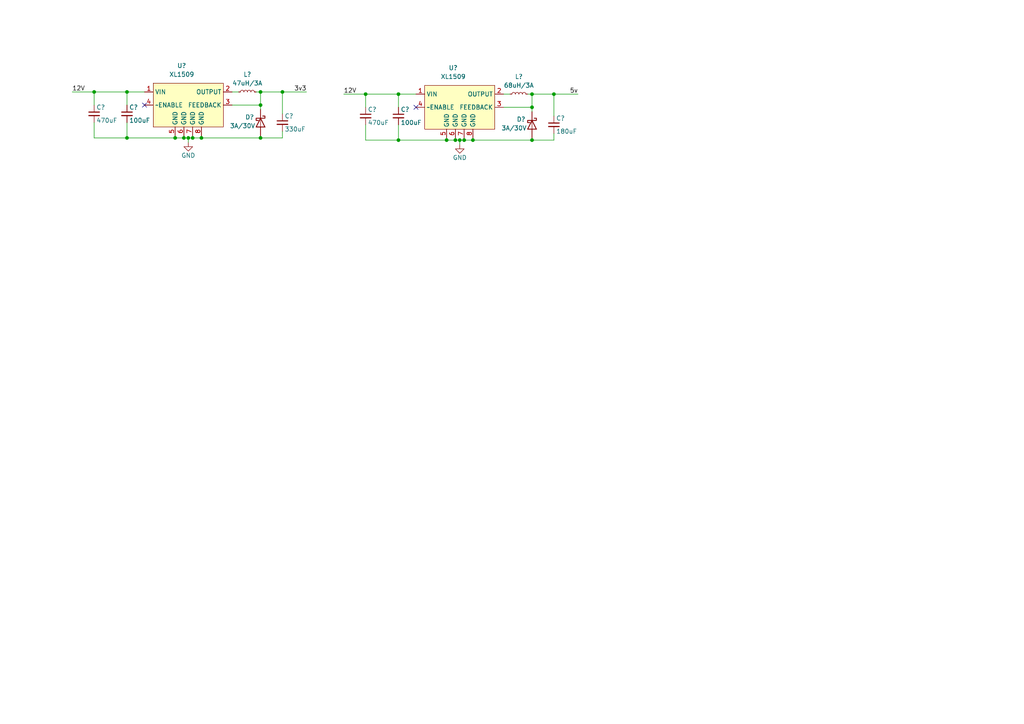
<source format=kicad_sch>
(kicad_sch (version 20211123) (generator eeschema)
  (paper "A4")
  (lib_symbols
    (symbol "Device:C_Small" (pin_numbers hide) (pin_names (offset 0.254) hide)
      (property "Reference" "C" (at 0.254 1.778 0))
      (property "Value" "C_Small" (at 0.254 -2.032 0))
      (symbol "C_Small_0_1"
        (polyline (pts (xy -1.524 -0.508) (xy 1.524 -0.508)) (stroke (width 0.3302)))
        (polyline (pts (xy -1.524 0.508) (xy 1.524 0.508)) (stroke (width 0.3048)))
      )
      (symbol "C_Small_1_1"
        (pin passive line (at 0 2.54 270) (length 2.032) (name "~") (number "1"))
        (pin passive line (at 0 -2.54 90) (length 2.032) (name "~") (number "2"))
      )
    )
    (symbol "Device:D_Schottky" (pin_numbers hide) (pin_names (offset 1.016) hide)
      (property "Reference" "D" (at 0 2.54 0))
      (property "Value" "D_Schottky" (at 0 -2.54 0))
      (symbol "D_Schottky_0_1"
        (polyline (pts (xy 1.27 0) (xy -1.27 0)))
        (polyline (pts (xy 1.27 1.27) (xy 1.27 -1.27) (xy -1.27 0) (xy 1.27 1.27)) (stroke (width 0.254)))
        (polyline (pts (xy -1.905 0.635) (xy -1.905 1.27) (xy -1.27 1.27) (xy -1.27 -1.27) (xy -0.635 -1.27) (xy -0.635 -0.635)) (stroke (width 0.254)))
      )
      (symbol "D_Schottky_1_1"
        (pin passive line (at -3.81 0 0) (length 2.54) (name "K") (number "1"))
        (pin passive line (at 3.81 0 180) (length 2.54) (name "A") (number "2"))
      )
    )
    (symbol "Device:L_Small" (pin_numbers hide) (pin_names (offset 0.254) hide)
      (property "Reference" "L" (at 0.762 1.016 0))
      (property "Value" "L_Small" (at 0.762 -1.016 0))
      (symbol "L_Small_0_1"
        (arc (start 0 -2.032) (mid 0.508 -1.524) (end 0 -1.016))
        (arc (start 0 -1.016) (mid 0.508 -0.508) (end 0 0))
        (arc (start 0 0) (mid 0.508 0.508) (end 0 1.016))
        (arc (start 0 1.016) (mid 0.508 1.524) (end 0 2.032))
      )
      (symbol "L_Small_1_1"
        (pin passive line (at 0 2.54 270) (length 0.508) (name "~") (number "1"))
        (pin passive line (at 0 -2.54 90) (length 0.508) (name "~") (number "2"))
      )
    )
    (symbol "MotorBoard:XL1509"
      (property "Reference" "U?" (at 8.255 5.08 0))
      (property "Value" "XL1509" (at 8.255 2.54 0))
      (symbol "XL1509_0_1"
        (rectangle (start 0 0) (end 20.32 -12.7) (fill (type background)))
      )
      (symbol "XL1509_1_1"
        (pin power_in line (at -2.54 -2.54 0) (length 2.54) (name "VIN") (number "1"))
        (pin output line (at 22.86 -2.54 180) (length 2.54) (name "OUTPUT") (number "2"))
        (pin input line (at 22.86 -6.35 180) (length 2.54) (name "FEEDBACK") (number "3"))
        (pin input line (at -2.54 -6.35 0) (length 2.54) (name "~ENABLE") (number "4"))
        (pin power_in line (at 6.35 -15.24 90) (length 2.54) (name "GND") (number "5"))
        (pin power_in line (at 8.89 -15.24 90) (length 2.54) (name "GND") (number "6"))
        (pin power_in line (at 11.43 -15.24 90) (length 2.54) (name "GND") (number "7"))
        (pin power_in line (at 13.97 -15.24 90) (length 2.54) (name "GND") (number "8"))
      )
    )
    (symbol "power:GND" (power) (pin_names (offset 0))
      (property "Value" "GND" (at 0 -3.81 0))
      (symbol "GND_0_1"
        (polyline (pts (xy 0 0) (xy 0 -1.27) (xy 1.27 -1.27) (xy 0 -2.54) (xy -1.27 -1.27) (xy 0 -1.27)))
      )
      (symbol "GND_1_1"
        (pin power_in line (at 0 0 270) (length 0) hide (name "GND") (number "1"))
      )
    )
  )
  (junction (at 160.655 27.305))
  (junction (at 55.88 40.005))
  (junction (at 115.57 27.305))
  (junction (at 50.8 40.005))
  (junction (at 75.565 30.48))
  (junction (at 154.305 27.305))
  (junction (at 58.42 40.005))
  (junction (at 115.57 40.64))
  (junction (at 36.83 40.005))
  (junction (at 129.54 40.64))
  (junction (at 106.045 27.305))
  (junction (at 134.62 40.64))
  (junction (at 53.34 40.005))
  (junction (at 75.565 40.005))
  (junction (at 137.16 40.64))
  (junction (at 154.305 31.115))
  (junction (at 81.915 26.67))
  (junction (at 154.305 40.64))
  (junction (at 36.83 26.67))
  (junction (at 133.35 40.64))
  (junction (at 75.565 26.67))
  (junction (at 54.61 40.005))
  (junction (at 27.305 26.67))
  (junction (at 132.08 40.64))
  (no_connect (at 120.65 31.115))
  (no_connect (at 41.91 30.48))
  (wire (pts (xy 129.54 40.64) (xy 132.08 40.64)))
  (wire (pts (xy 81.915 40.005) (xy 81.915 38.1)))
  (wire (pts (xy 153.035 27.305) (xy 154.305 27.305)))
  (wire (pts (xy 154.305 31.115) (xy 154.305 32.385)))
  (wire (pts (xy 160.655 27.305) (xy 160.655 33.655)))
  (wire (pts (xy 133.35 40.64) (xy 134.62 40.64)))
  (wire (pts (xy 115.57 36.195) (xy 115.57 40.64)))
  (wire (pts (xy 50.8 40.005) (xy 53.34 40.005)))
  (wire (pts (xy 27.305 40.005) (xy 36.83 40.005)))
  (wire (pts (xy 154.305 31.115) (xy 146.05 31.115)))
  (wire (pts (xy 75.565 30.48) (xy 67.31 30.48)))
  (wire (pts (xy 75.565 30.48) (xy 75.565 31.75)))
  (wire (pts (xy 27.305 26.67) (xy 27.305 30.48)))
  (wire (pts (xy 58.42 39.37) (xy 58.42 40.005)))
  (wire (pts (xy 115.57 27.305) (xy 120.65 27.305)))
  (wire (pts (xy 53.34 39.37) (xy 53.34 40.005)))
  (wire (pts (xy 134.62 40.64) (xy 137.16 40.64)))
  (wire (pts (xy 55.88 40.005) (xy 58.42 40.005)))
  (wire (pts (xy 75.565 40.005) (xy 81.915 40.005)))
  (wire (pts (xy 20.955 26.67) (xy 27.305 26.67)))
  (wire (pts (xy 134.62 40.005) (xy 134.62 40.64)))
  (wire (pts (xy 106.045 40.64) (xy 115.57 40.64)))
  (wire (pts (xy 53.34 40.005) (xy 54.61 40.005)))
  (wire (pts (xy 36.83 30.48) (xy 36.83 26.67)))
  (wire (pts (xy 146.05 27.305) (xy 147.955 27.305)))
  (wire (pts (xy 27.305 26.67) (xy 36.83 26.67)))
  (wire (pts (xy 50.8 39.37) (xy 50.8 40.005)))
  (wire (pts (xy 75.565 26.67) (xy 81.915 26.67)))
  (wire (pts (xy 160.655 27.305) (xy 167.64 27.305)))
  (wire (pts (xy 154.305 40.005) (xy 154.305 40.64)))
  (wire (pts (xy 160.655 40.64) (xy 160.655 38.735)))
  (wire (pts (xy 132.08 40.64) (xy 133.35 40.64)))
  (wire (pts (xy 36.83 26.67) (xy 41.91 26.67)))
  (wire (pts (xy 106.045 36.195) (xy 106.045 40.64)))
  (wire (pts (xy 115.57 40.64) (xy 129.54 40.64)))
  (wire (pts (xy 81.915 26.67) (xy 88.9 26.67)))
  (wire (pts (xy 81.915 26.67) (xy 81.915 33.02)))
  (wire (pts (xy 75.565 39.37) (xy 75.565 40.005)))
  (wire (pts (xy 154.305 27.305) (xy 154.305 31.115)))
  (wire (pts (xy 55.88 39.37) (xy 55.88 40.005)))
  (wire (pts (xy 106.045 27.305) (xy 115.57 27.305)))
  (wire (pts (xy 132.08 40.005) (xy 132.08 40.64)))
  (wire (pts (xy 106.045 27.305) (xy 106.045 31.115)))
  (wire (pts (xy 129.54 40.005) (xy 129.54 40.64)))
  (wire (pts (xy 137.16 40.005) (xy 137.16 40.64)))
  (wire (pts (xy 74.295 26.67) (xy 75.565 26.67)))
  (wire (pts (xy 27.305 35.56) (xy 27.305 40.005)))
  (wire (pts (xy 154.305 40.64) (xy 137.16 40.64)))
  (wire (pts (xy 115.57 31.115) (xy 115.57 27.305)))
  (wire (pts (xy 154.305 27.305) (xy 160.655 27.305)))
  (wire (pts (xy 36.83 40.005) (xy 50.8 40.005)))
  (wire (pts (xy 67.31 26.67) (xy 69.215 26.67)))
  (wire (pts (xy 54.61 40.005) (xy 54.61 41.275)))
  (wire (pts (xy 99.695 27.305) (xy 106.045 27.305)))
  (wire (pts (xy 36.83 35.56) (xy 36.83 40.005)))
  (wire (pts (xy 133.35 40.64) (xy 133.35 41.91)))
  (wire (pts (xy 75.565 40.005) (xy 58.42 40.005)))
  (wire (pts (xy 75.565 26.67) (xy 75.565 30.48)))
  (wire (pts (xy 54.61 40.005) (xy 55.88 40.005)))
  (wire (pts (xy 154.305 40.64) (xy 160.655 40.64)))
  (label "5v" (at 167.64 27.305 180))
  (label "12V" (at 20.955 26.67 0))
  (label "3v3" (at 88.9 26.67 180))
  (label "12V" (at 99.695 27.305 0))
  (symbol (lib_id "Device:C_Small") (at 115.57 33.655 0) (unit 1)
    (property "Reference" "C?" (at 116.205 31.7562 0) (effects (justify left)))
    (property "Value" "100uF" (at 116.205 35.5662 0) (effects (justify left)))
  )
  (symbol (lib_id "Device:C_Small") (at 106.045 33.655 0) (unit 1)
    (property "Reference" "C?" (at 106.68 31.7562 0) (effects (justify left)))
    (property "Value" "470uF" (at 106.68 35.5662 0) (effects (justify left)))
  )
  (symbol (lib_id "power:GND") (at 133.35 41.91 0) (unit 1)
    (property "Reference" "#PWR?" (effects hide))
    (property "Value" "GND" (at 133.35 45.72 0))
  )
  (symbol (lib_id "MotorBoard:XL1509") (at 123.19 24.765 0) (unit 1)
    (property "Reference" "U?" (at 131.445 19.685 0))
    (property "Value" "XL1509" (at 131.445 22.225 0))
  )
  (symbol (lib_id "Device:C_Small") (at 36.83 33.02 0) (unit 1)
    (property "Reference" "C?" (at 37.465 31.1212 0) (effects (justify left)))
    (property "Value" "100uF" (at 37.465 34.9312 0) (effects (justify left)))
  )
  (symbol (lib_id "Device:C_Small") (at 27.305 33.02 0) (unit 1)
    (property "Reference" "C?" (at 27.94 31.1212 0) (effects (justify left)))
    (property "Value" "470uF" (at 27.94 34.9312 0) (effects (justify left)))
  )
  (symbol (lib_id "MotorBoard:XL1509") (at 44.45 24.13 0) (unit 1)
    (property "Reference" "U?" (at 52.705 19.05 0))
    (property "Value" "XL1509" (at 52.705 21.59 0))
  )
  (symbol (lib_id "power:GND") (at 54.61 41.275 0) (unit 1)
    (property "Reference" "#PWR?" (effects hide))
    (property "Value" "GND" (at 54.61 45.085 0))
  )
  (symbol (lib_id "Device:C_Small") (at 160.655 36.195 0) (unit 1)
    (property "Reference" "C?" (at 161.29 34.2962 0) (effects (justify left)))
    (property "Value" "180uF" (at 161.29 38.1062 0) (effects (justify left)))
  )
  (symbol (lib_id "Device:D_Schottky") (at 154.305 36.195 270) (unit 1)
    (property "Reference" "D?" (at 149.86 34.6074 90) (effects (justify left)))
    (property "Value" "3A/30V" (at 145.415 37.1474 90) (effects (justify left)))
  )
  (symbol (lib_id "Device:L_Small") (at 150.495 27.305 90) (unit 1)
    (property "Reference" "L?" (at 150.495 22.225 90))
    (property "Value" "68uH/3A" (at 150.495 24.765 90))
  )
  (symbol (lib_id "Device:L_Small") (at 71.755 26.67 90) (unit 1)
    (property "Reference" "L?" (at 71.755 21.59 90))
    (property "Value" "47uH/3A" (at 71.755 24.13 90))
  )
  (symbol (lib_id "Device:D_Schottky") (at 75.565 35.56 270) (unit 1)
    (property "Reference" "D?" (at 71.12 33.9724 90) (effects (justify left)))
    (property "Value" "3A/30V" (at 66.675 36.5124 90) (effects (justify left)))
  )
  (symbol (lib_id "Device:C_Small") (at 81.915 35.56 0) (unit 1)
    (property "Reference" "C?" (at 82.55 33.6612 0) (effects (justify left)))
    (property "Value" "330uF" (at 82.55 37.4712 0) (effects (justify left)))
  )
)
</source>
